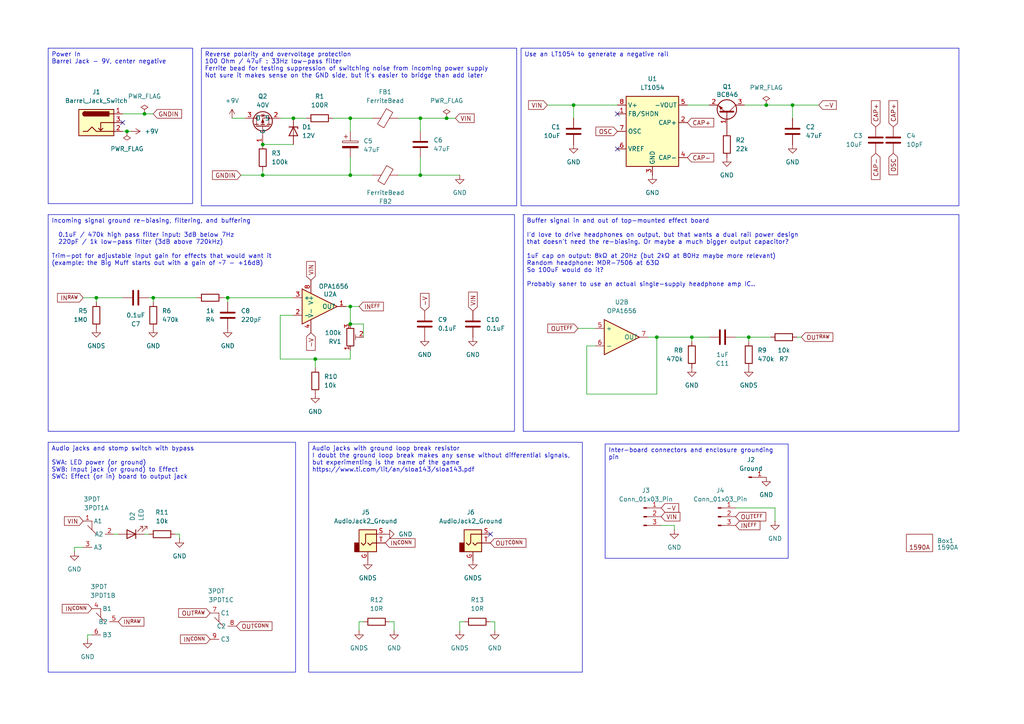
<source format=kicad_sch>
(kicad_sch (version 20231120) (generator "eeschema") (generator_version "8.0")
  (paper "A4")
  (title_block (title "Base board with LT1054 generating +-9V") (date "2025-03-18") (rev "v2.0"))
  (lib_symbols
    (symbol "Connector:Barrel_Jack_Switch" (pin_names hide)
      (property "Reference" "J" (at 0 5.334 0))
      (property "Value" "Barrel_Jack_Switch" (at 0 -5.08 0))
      (symbol "Barrel_Jack_Switch_0_1"
        (rectangle (start -5.08 3.81) (end 5.08 -3.81) (stroke (width 0.254)) (fill (type background)))
        (arc (start -3.302 3.175) (mid -3.9343 2.54) (end -3.302 1.905) (stroke (width 0.254)))
        (arc (start -3.302 3.175) (mid -3.9343 2.54) (end -3.302 1.905) (stroke (width 0.254)) (fill (type outline)))
        (polyline (pts (xy 1.27 -2.286) (xy 1.905 -1.651)) (stroke (width 0.254)))
        (polyline (pts (xy 5.08 2.54) (xy 3.81 2.54)) (stroke (width 0.254)))
        (polyline (pts (xy 5.08 0) (xy 1.27 0) (xy 1.27 -2.286) (xy 0.635 -1.651)) (stroke (width 0.254)))
        (polyline (pts (xy -3.81 -2.54) (xy -2.54 -2.54) (xy -1.27 -1.27) (xy 0 -2.54) (xy 2.54 -2.54) (xy 5.08 -2.54)) (stroke (width 0.254)))
        (rectangle (start 3.683 3.175) (end -3.302 1.905) (stroke (width 0.254)) (fill (type outline)))
      )
      (symbol "Barrel_Jack_Switch_1_1"
        (pin passive line (at 7.62 2.54 180) (length 2.54) (name "~") (number "1"))
        (pin passive line (at 7.62 -2.54 180) (length 2.54) (name "~") (number "2"))
        (pin passive line (at 7.62 0 180) (length 2.54) (name "~") (number "3"))
      )
    )
    (symbol "Connector:Conn_01x01_Pin" (pin_names (offset 1.016) hide)
      (property "Reference" "J" (at 0 2.54 0))
      (property "Value" "Conn_01x01_Pin" (at 0 -2.54 0))
      (symbol "Conn_01x01_Pin_1_1"
        (polyline (pts (xy 1.27 0) (xy 0.8636 0)) (stroke (width 0.1524)))
        (rectangle (start 0.8636 0.127) (end 0 -0.127) (stroke (width 0.1524)) (fill (type outline)))
        (pin passive line (at 5.08 0 180) (length 3.81) (name "Pin_1") (number "1"))
      )
    )
    (symbol "Connector:Conn_01x03_Pin" (pin_names (offset 1.016) hide)
      (property "Reference" "J" (at 0 5.08 0))
      (property "Value" "Conn_01x03_Pin" (at 0 -5.08 0))
      (symbol "Conn_01x03_Pin_1_1"
        (polyline (pts (xy 1.27 -2.54) (xy 0.8636 -2.54)) (stroke (width 0.1524)))
        (polyline (pts (xy 1.27 0) (xy 0.8636 0)) (stroke (width 0.1524)))
        (polyline (pts (xy 1.27 2.54) (xy 0.8636 2.54)) (stroke (width 0.1524)))
        (rectangle (start 0.8636 -2.413) (end 0 -2.667) (stroke (width 0.1524)) (fill (type outline)))
        (rectangle (start 0.8636 0.127) (end 0 -0.127) (stroke (width 0.1524)) (fill (type outline)))
        (rectangle (start 0.8636 2.667) (end 0 2.413) (stroke (width 0.1524)) (fill (type outline)))
        (pin passive line (at 5.08 2.54 180) (length 3.81) (name "Pin_1") (number "1"))
        (pin passive line (at 5.08 0 180) (length 3.81) (name "Pin_2") (number "2"))
        (pin passive line (at 5.08 -2.54 180) (length 3.81) (name "Pin_3") (number "3"))
      )
    )
    (symbol "Connector_Audio:AudioJack2_Ground"
      (property "Reference" "J" (at 0 8.89 0))
      (property "Value" "AudioJack2_Ground" (at 0 6.35 0))
      (symbol "AudioJack2_Ground_0_1"
        (rectangle (start -2.54 -2.54) (end -3.81 0) (stroke (width 0.254)) (fill (type outline)))
        (polyline (pts (xy 0 0) (xy 0.635 -0.635) (xy 1.27 0) (xy 2.54 0)) (stroke (width 0.254)))
        (polyline (pts (xy 2.54 2.54) (xy -0.635 2.54) (xy -0.635 0) (xy -1.27 -0.635) (xy -1.905 0)) (stroke (width 0.254)))
        (rectangle (start 2.54 3.81) (end -2.54 -2.54) (stroke (width 0.254)) (fill (type background)))
      )
      (symbol "AudioJack2_Ground_1_1"
        (pin passive line (at 0 -5.08 90) (length 2.54) (name "~") (number "G"))
        (pin passive line (at 5.08 2.54 180) (length 2.54) (name "~") (number "S"))
        (pin passive line (at 5.08 0 180) (length 2.54) (name "~") (number "T"))
      )
    )
    (symbol "Device:C" (pin_numbers hide) (pin_names (offset 0.254))
      (property "Reference" "C" (at 0.635 2.54 0))
      (property "Value" "C" (at 0.635 -2.54 0))
      (symbol "C_0_1"
        (polyline (pts (xy -2.032 -0.762) (xy 2.032 -0.762)) (stroke (width 0.508)))
        (polyline (pts (xy -2.032 0.762) (xy 2.032 0.762)) (stroke (width 0.508)))
      )
      (symbol "C_1_1"
        (pin passive line (at 0 3.81 270) (length 2.794) (name "~") (number "1"))
        (pin passive line (at 0 -3.81 90) (length 2.794) (name "~") (number "2"))
      )
    )
    (symbol "Device:C_Polarized" (pin_numbers hide) (pin_names (offset 0.254))
      (property "Reference" "C" (at 0.635 2.54 0))
      (property "Value" "C_Polarized" (at 0.635 -2.54 0))
      (symbol "C_Polarized_0_1"
        (rectangle (start -2.286 0.508) (end 2.286 1.016))
        (polyline (pts (xy -1.778 2.286) (xy -0.762 2.286)))
        (polyline (pts (xy -1.27 2.794) (xy -1.27 1.778)))
        (rectangle (start 2.286 -0.508) (end -2.286 -1.016) (fill (type outline)))
      )
      (symbol "C_Polarized_1_1"
        (pin passive line (at 0 3.81 270) (length 2.794) (name "~") (number "1"))
        (pin passive line (at 0 -3.81 90) (length 2.794) (name "~") (number "2"))
      )
    )
    (symbol "Device:D_Zener" (pin_numbers hide) (pin_names (offset 1.016) hide)
      (property "Reference" "D" (at 0 2.54 0))
      (property "Value" "D_Zener" (at 0 -2.54 0))
      (symbol "D_Zener_0_1"
        (polyline (pts (xy 1.27 0) (xy -1.27 0)))
        (polyline (pts (xy -1.27 -1.27) (xy -1.27 1.27) (xy -0.762 1.27)) (stroke (width 0.254)))
        (polyline (pts (xy 1.27 -1.27) (xy 1.27 1.27) (xy -1.27 0) (xy 1.27 -1.27)) (stroke (width 0.254)))
      )
      (symbol "D_Zener_1_1"
        (pin passive line (at -3.81 0 0) (length 2.54) (name "K") (number "1"))
        (pin passive line (at 3.81 0 180) (length 2.54) (name "A") (number "2"))
      )
    )
    (symbol "Device:FerriteBead" (pin_numbers hide) (pin_names (offset 0))
      (property "Reference" "FB" (at -3.81 0.635 90))
      (property "Value" "FerriteBead" (at 3.81 0 90))
      (symbol "FerriteBead_0_1"
        (polyline (pts (xy 0 -1.27) (xy 0 -1.2192)))
        (polyline (pts (xy 0 1.27) (xy 0 1.2954)))
        (polyline (pts (xy -2.7686 0.4064) (xy -1.7018 2.2606) (xy 2.7686 -0.3048) (xy 1.6764 -2.159) (xy -2.7686 0.4064)))
      )
      (symbol "FerriteBead_1_1"
        (pin passive line (at 0 3.81 270) (length 2.54) (name "~") (number "1"))
        (pin passive line (at 0 -3.81 90) (length 2.54) (name "~") (number "2"))
      )
    )
    (symbol "Device:LED" (pin_numbers hide) (pin_names (offset 1.016) hide)
      (property "Reference" "D" (at 0 2.54 0))
      (property "Value" "LED" (at 0 -2.54 0))
      (symbol "LED_0_1"
        (polyline (pts (xy -1.27 -1.27) (xy -1.27 1.27)) (stroke (width 0.254)))
        (polyline (pts (xy -1.27 0) (xy 1.27 0)))
        (polyline (pts (xy 1.27 -1.27) (xy 1.27 1.27) (xy -1.27 0) (xy 1.27 -1.27)) (stroke (width 0.254)))
        (polyline (pts (xy -3.048 -0.762) (xy -4.572 -2.286) (xy -3.81 -2.286) (xy -4.572 -2.286) (xy -4.572 -1.524)))
        (polyline (pts (xy -1.778 -0.762) (xy -3.302 -2.286) (xy -2.54 -2.286) (xy -3.302 -2.286) (xy -3.302 -1.524)))
      )
      (symbol "LED_1_1"
        (pin passive line (at -3.81 0 0) (length 2.54) (name "K") (number "1"))
        (pin passive line (at 3.81 0 180) (length 2.54) (name "A") (number "2"))
      )
    )
    (symbol "Device:R" (pin_numbers hide) (pin_names (offset 0))
      (property "Reference" "R" (at 2.032 0 90))
      (property "Value" "R" (at 0 0 90))
      (symbol "R_0_1"
        (rectangle (start -1.016 -2.54) (end 1.016 2.54) (stroke (width 0.254)))
      )
      (symbol "R_1_1"
        (pin passive line (at 0 3.81 270) (length 1.27) (name "~") (number "1"))
        (pin passive line (at 0 -3.81 90) (length 1.27) (name "~") (number "2"))
      )
    )
    (symbol "Device:R_Potentiometer_Trim" (pin_names (offset 1.016) hide)
      (property "Reference" "RV" (at -4.445 0 90))
      (property "Value" "R_Potentiometer_Trim" (at -2.54 0 90))
      (symbol "R_Potentiometer_Trim_0_1"
        (polyline (pts (xy 1.524 0.762) (xy 1.524 -0.762)))
        (polyline (pts (xy 2.54 0) (xy 1.524 0)))
        (rectangle (start 1.016 2.54) (end -1.016 -2.54) (stroke (width 0.254)))
      )
      (symbol "R_Potentiometer_Trim_1_1"
        (pin passive line (at 0 3.81 270) (length 1.27) (name "1") (number "1"))
        (pin passive line (at 3.81 0 180) (length 1.27) (name "2") (number "2"))
        (pin passive line (at 0 -3.81 90) (length 1.27) (name "3") (number "3"))
      )
    )
    (symbol "Mylib:3PDT"
      (property "Reference" "3PDT" (at 0 0 0))
      (symbol "3PDT_0_1"
        (polyline (pts (xy 0 -3.81) (xy 0 -6.35)))
        (polyline (pts (xy 1.27 -7.62) (xy -1.27 -5.08)))
      )
      (symbol "3PDT_1_1"
        (pin passive line (at -2.54 -3.81 0) (length 2.54) (name "A1") (number "1"))
        (pin passive line (at 6.35 -7.62 180) (length 2.54) (name "A2") (number "2"))
        (pin passive line (at -2.54 -11.43 0) (length 2.54) (name "A3") (number "3"))
      )
      (symbol "3PDT_2_1"
        (pin passive line (at -2.54 -3.81 0) (length 2.54) (name "B1") (number "4"))
        (pin passive line (at 5.08 -7.62 180) (length 2.54) (name "B2") (number "5"))
        (pin passive line (at -2.54 -11.43 0) (length 2.54) (name "B3") (number "6"))
      )
      (symbol "3PDT_3_1"
        (pin passive line (at -2.54 -3.81 0) (length 2.54) (name "C1") (number "7"))
        (pin passive line (at 5.08 -7.62 180) (length 2.54) (name "C2") (number "8"))
        (pin passive line (at -2.54 -11.43 0) (length 2.54) (name "C3") (number "9"))
      )
    )
    (symbol "Mylib:Enclosure_1590A"
      (property "Reference" "Box" (at 0 0 0))
      (symbol "Enclosure_1590A_0_1"
        (rectangle (start -3.81 1.27) (end 3.81 -3.81))
      )
      (symbol "Enclosure_1590A_1_1"
        (text "1590A" (at 0 -2.54 0) (effects (font (size 1.27 1.27))))
      )
    )
    (symbol "Mylib:OPA1656"
      (property "Reference" "U" (at 8.89 5.08 0))
      (property "Value" "OPA1656" (at 2.54 11.43 0))
      (symbol "OPA1656_0_1"
        (polyline (pts (xy -2.54 5.08) (xy 7.62 0) (xy -2.54 -5.08) (xy -2.54 5.08)) (stroke (width 0.254)) (fill (type background)))
      )
      (symbol "OPA1656_1_1"
        (pin output line (at 10.16 0 180) (length 2.54) (name "OUT") (number "1"))
        (pin input line (at -5.08 -2.54 0) (length 2.54) (name "-") (number "2"))
        (pin input line (at -5.08 2.54 0) (length 2.54) (name "+") (number "3"))
        (pin power_in line (at 0 -7.62 90) (length 3.81) (name "V-") (number "4"))
        (pin power_in line (at 0 7.62 270) (length 3.81) (name "V+") (number "8"))
      )
      (symbol "OPA1656_2_1"
        (pin input line (at -5.08 2.54 0) (length 2.54) (name "+") (number "5"))
        (pin input line (at -5.08 -2.54 0) (length 2.54) (name "-") (number "6"))
        (pin output line (at 10.16 0 180) (length 2.54) (name "OUT") (number "7"))
      )
    )
    (symbol "Mylib:PMV250EPEAR"
      (property "Reference" "Q" (at 0 4.572 0))
      (property "Value" "PMV250" (at 0 0 0))
      (symbol "PMV250EPEAR_0_1"
        (circle (center -1.778 0) (radius 0.254) (fill (type outline)))
        (circle (center 0 -0.889) (radius 2.794) (stroke (width 0.254)))
        (polyline (pts (xy -2.54 0) (xy -1.778 0)))
        (polyline (pts (xy -2.286 -1.778) (xy -1.27 -1.778)) (stroke (width 0.254)))
        (polyline (pts (xy -1.905 -2.286) (xy 1.905 -2.286)) (stroke (width 0.254)))
        (polyline (pts (xy -0.508 -1.778) (xy 0.508 -1.778)) (stroke (width 0.254)))
        (polyline (pts (xy 0 -2.286) (xy 0 -5.08)))
        (polyline (pts (xy 1.27 -1.778) (xy 2.286 -1.778)) (stroke (width 0.254)))
        (polyline (pts (xy 2.54 0) (xy 0 0) (xy 0 -1.778)))
        (polyline (pts (xy -1.778 -1.778) (xy -1.778 0.762) (xy 1.778 0.762) (xy 1.778 -1.778)))
        (polyline (pts (xy 0 -0.254) (xy -0.381 -1.27) (xy 0.381 -1.27) (xy 0 -0.254)) (fill (type outline)))
        (polyline (pts (xy 0.381 0.762) (xy -0.254 0.381) (xy -0.254 1.143) (xy 0.381 0.762)))
        (polyline (pts (xy 0.508 0.254) (xy 0.381 0.381) (xy 0.381 1.143) (xy 0.254 1.27)))
        (circle (center 1.778 0) (radius 0.254) (fill (type outline)))
      )
      (symbol "PMV250EPEAR_1_1"
        (pin input line (at 0 -7.62 90) (length 2.54) (name "G") (number "1"))
        (pin passive line (at 5.08 0 180) (length 2.54) (name "S") (number "2"))
        (pin passive line (at -5.08 0 0) (length 2.54) (name "D") (number "3"))
      )
    )
    (symbol "Regulator_SwitchedCapacitor:LT1054"
      (property "Reference" "U" (at -6.604 11.176 0))
      (property "Value" "LT1054" (at 4.318 11.176 0))
      (symbol "LT1054_0_1"
        (rectangle (start -7.62 10.16) (end 7.62 -10.16) (stroke (width 0.254)) (fill (type background)))
      )
      (symbol "LT1054_1_1"
        (pin input line (at -10.16 5.08 0) (length 2.54) (name "FB/SHDN") (number "1"))
        (pin input line (at 10.16 2.54 180) (length 2.54) (name "CAP+") (number "2"))
        (pin power_in line (at 0 -12.7 90) (length 2.54) (name "GND") (number "3"))
        (pin input line (at 10.16 -7.62 180) (length 2.54) (name "CAP-") (number "4"))
        (pin power_out line (at 10.16 7.62 180) (length 2.54) (name "-VOUT") (number "5"))
        (pin output line (at -10.16 -5.08 0) (length 2.54) (name "VREF") (number "6"))
        (pin input line (at -10.16 0 0) (length 2.54) (name "OSC") (number "7"))
        (pin power_in line (at -10.16 7.62 0) (length 2.54) (name "V+") (number "8"))
      )
    )
    (symbol "Transistor_BJT:BC846" (pin_names (offset 0) hide)
      (property "Reference" "Q" (at 5.08 1.905 0))
      (property "Value" "BC846" (at 5.08 0 0))
      (symbol "BC846_0_1"
        (polyline (pts (xy 0.635 0.635) (xy 2.54 2.54)))
        (polyline (pts (xy 0.635 -0.635) (xy 2.54 -2.54) (xy 2.54 -2.54)))
        (polyline (pts (xy 0.635 1.905) (xy 0.635 -1.905) (xy 0.635 -1.905)) (stroke (width 0.508)))
        (polyline (pts (xy 1.27 -1.778) (xy 1.778 -1.27) (xy 2.286 -2.286) (xy 1.27 -1.778) (xy 1.27 -1.778)) (fill (type outline)))
        (circle (center 1.27 0) (radius 2.8194) (stroke (width 0.254)))
      )
      (symbol "BC846_1_1"
        (pin input line (at -5.08 0 0) (length 5.715) (name "B") (number "1"))
        (pin passive line (at 2.54 -5.08 90) (length 2.54) (name "E") (number "2"))
        (pin passive line (at 2.54 5.08 270) (length 2.54) (name "C") (number "3"))
      )
    )
    (symbol "power:+9V" (power) (pin_numbers hide) (pin_names (offset 0) hide)
      (property "Value" "+9V" (at 0 3.556 0))
      (symbol "+9V_0_1"
        (polyline (pts (xy -0.762 1.27) (xy 0 2.54)))
        (polyline (pts (xy 0 0) (xy 0 2.54)))
        (polyline (pts (xy 0 2.54) (xy 0.762 1.27)))
      )
      (symbol "+9V_1_1"
        (pin power_in line (at 0 0 90) (length 0) (name "~") (number "1"))
      )
    )
    (symbol "power:GND" (power) (pin_numbers hide) (pin_names (offset 0) hide)
      (property "Value" "GND" (at 0 -3.81 0))
      (symbol "GND_0_1"
        (polyline (pts (xy 0 0) (xy 0 -1.27) (xy 1.27 -1.27) (xy 0 -2.54) (xy -1.27 -1.27) (xy 0 -1.27)))
      )
      (symbol "GND_1_1"
        (pin power_in line (at 0 0 270) (length 0) (name "~") (number "1"))
      )
    )
    (symbol "power:GNDS" (power) (pin_numbers hide) (pin_names (offset 0) hide)
      (property "Value" "GNDS" (at 0 -3.81 0))
      (symbol "GNDS_0_1"
        (polyline (pts (xy 0 0) (xy 0 -1.27) (xy 1.27 -1.27) (xy 0 -2.54) (xy -1.27 -1.27) (xy 0 -1.27)))
      )
      (symbol "GNDS_1_1"
        (pin power_in line (at 0 0 270) (length 0) (name "~") (number "1"))
      )
    )
    (symbol "power:PWR_FLAG" (power) (pin_numbers hide) (pin_names (offset 0) hide)
      (property "Value" "PWR_FLAG" (at 0 3.81 0))
      (symbol "PWR_FLAG_0_0"
        (pin power_out line (at 0 0 90) (length 0) (name "~") (number "1"))
      )
      (symbol "PWR_FLAG_0_1"
        (polyline (pts (xy 0 0) (xy 0 1.27) (xy -1.016 1.905) (xy 0 2.54) (xy 1.016 1.905) (xy 0 1.27)))
      )
    )
  )
  (junction (at 101.6 93.98))
  (junction (at 229.87 30.48))
  (junction (at 121.92 34.29))
  (junction (at 27.94 86.36))
  (junction (at 101.6 50.8))
  (junction (at 166.37 30.48))
  (junction (at 36.83 38.1))
  (junction (at 200.66 97.79))
  (junction (at 129.54 34.29))
  (junction (at 76.2 41.91))
  (junction (at 85.09 34.29))
  (junction (at 101.6 88.9))
  (junction (at 66.04 86.36))
  (junction (at 101.6 34.29))
  (junction (at 44.45 86.36))
  (junction (at 222.25 30.48))
  (junction (at 91.44 104.14))
  (junction (at 121.92 50.8))
  (junction (at 41.91 33.02))
  (junction (at 190.5 97.79))
  (junction (at 217.17 97.79))
  (junction (at 76.2 50.8))
  (no_connect (at 142.24 154.94))
  (no_connect (at 179.07 33.02))
  (no_connect (at 35.56 35.56))
  (no_connect (at 179.07 43.18))
  (wire (pts (xy 101.6 88.9) (xy 101.6 93.98)))
  (wire (pts (xy 24.13 158.75) (xy 21.59 158.75)))
  (wire (pts (xy 52.07 154.94) (xy 50.8 154.94)))
  (wire (pts (xy 96.52 34.29) (xy 101.6 34.29)))
  (wire (pts (xy 170.18 100.33) (xy 172.72 100.33)))
  (wire (pts (xy 105.41 97.79) (xy 105.41 93.98)))
  (wire (pts (xy 190.5 114.3) (xy 190.5 97.79)))
  (wire (pts (xy 113.03 180.34) (xy 114.3 180.34)))
  (wire (pts (xy 200.66 97.79) (xy 205.74 97.79)))
  (wire (pts (xy 105.41 180.34) (xy 104.14 180.34)))
  (wire (pts (xy 134.62 180.34) (xy 133.35 180.34)))
  (wire (pts (xy 190.5 97.79) (xy 200.66 97.79)))
  (wire (pts (xy 101.6 101.6) (xy 101.6 104.14)))
  (wire (pts (xy 52.07 154.94) (xy 52.07 156.21)))
  (wire (pts (xy 100.33 88.9) (xy 101.6 88.9)))
  (wire (pts (xy 187.96 97.79) (xy 190.5 97.79)))
  (wire (pts (xy 229.87 30.48) (xy 237.49 30.48)))
  (wire (pts (xy 76.2 41.91) (xy 85.09 41.91)))
  (wire (pts (xy 101.6 38.1) (xy 101.6 34.29)))
  (wire (pts (xy 158.75 30.48) (xy 166.37 30.48)))
  (wire (pts (xy 91.44 104.14) (xy 101.6 104.14)))
  (wire (pts (xy 129.54 34.29) (xy 132.08 34.29)))
  (wire (pts (xy 66.04 87.63) (xy 66.04 86.36)))
  (wire (pts (xy 224.79 147.32) (xy 224.79 151.13)))
  (wire (pts (xy 67.31 34.29) (xy 71.12 34.29)))
  (wire (pts (xy 199.39 30.48) (xy 205.74 30.48)))
  (wire (pts (xy 34.29 154.94) (xy 33.02 154.94)))
  (wire (pts (xy 81.28 34.29) (xy 85.09 34.29)))
  (wire (pts (xy 44.45 86.36) (xy 44.45 87.63)))
  (wire (pts (xy 69.85 50.8) (xy 76.2 50.8)))
  (wire (pts (xy 21.59 158.75) (xy 21.59 160.02)))
  (wire (pts (xy 24.13 86.36) (xy 27.94 86.36)))
  (wire (pts (xy 170.18 100.33) (xy 170.18 114.3)))
  (wire (pts (xy 27.94 86.36) (xy 35.56 86.36)))
  (wire (pts (xy 229.87 30.48) (xy 229.87 34.29)))
  (wire (pts (xy 129.54 34.29) (xy 121.92 34.29)))
  (wire (pts (xy 101.6 34.29) (xy 107.95 34.29)))
  (wire (pts (xy 104.14 180.34) (xy 104.14 182.88)))
  (wire (pts (xy 76.2 50.8) (xy 101.6 50.8)))
  (wire (pts (xy 222.25 30.48) (xy 229.87 30.48)))
  (wire (pts (xy 36.83 38.1) (xy 35.56 38.1)))
  (wire (pts (xy 115.57 34.29) (xy 121.92 34.29)))
  (wire (pts (xy 133.35 180.34) (xy 133.35 182.88)))
  (wire (pts (xy 76.2 49.53) (xy 76.2 50.8)))
  (wire (pts (xy 166.37 34.29) (xy 166.37 30.48)))
  (wire (pts (xy 195.58 152.4) (xy 195.58 153.67)))
  (wire (pts (xy 114.3 180.34) (xy 114.3 182.88)))
  (wire (pts (xy 85.09 34.29) (xy 88.9 34.29)))
  (wire (pts (xy 25.4 184.15) (xy 25.4 185.42)))
  (wire (pts (xy 101.6 50.8) (xy 107.95 50.8)))
  (wire (pts (xy 101.6 88.9) (xy 104.14 88.9)))
  (wire (pts (xy 41.91 33.02) (xy 44.45 33.02)))
  (wire (pts (xy 43.18 154.94) (xy 41.91 154.94)))
  (wire (pts (xy 213.36 147.32) (xy 224.79 147.32)))
  (wire (pts (xy 64.77 86.36) (xy 66.04 86.36)))
  (wire (pts (xy 105.41 93.98) (xy 101.6 93.98)))
  (wire (pts (xy 27.94 86.36) (xy 27.94 87.63)))
  (wire (pts (xy 115.57 50.8) (xy 121.92 50.8)))
  (wire (pts (xy 81.28 104.14) (xy 81.28 91.44)))
  (wire (pts (xy 191.77 152.4) (xy 195.58 152.4)))
  (wire (pts (xy 81.28 104.14) (xy 91.44 104.14)))
  (wire (pts (xy 44.45 86.36) (xy 57.15 86.36)))
  (wire (pts (xy 142.24 180.34) (xy 143.51 180.34)))
  (wire (pts (xy 166.37 30.48) (xy 179.07 30.48)))
  (wire (pts (xy 223.52 97.79) (xy 217.17 97.79)))
  (wire (pts (xy 170.18 114.3) (xy 190.5 114.3)))
  (wire (pts (xy 167.64 95.25) (xy 172.72 95.25)))
  (wire (pts (xy 121.92 45.72) (xy 121.92 50.8)))
  (wire (pts (xy 215.9 30.48) (xy 222.25 30.48)))
  (wire (pts (xy 43.18 86.36) (xy 44.45 86.36)))
  (wire (pts (xy 143.51 180.34) (xy 143.51 182.88)))
  (wire (pts (xy 121.92 50.8) (xy 133.35 50.8)))
  (wire (pts (xy 217.17 97.79) (xy 217.17 99.06)))
  (wire (pts (xy 26.67 184.15) (xy 25.4 184.15)))
  (wire (pts (xy 35.56 33.02) (xy 41.91 33.02)))
  (wire (pts (xy 217.17 97.79) (xy 213.36 97.79)))
  (wire (pts (xy 81.28 91.44) (xy 85.09 91.44)))
  (wire (pts (xy 200.66 97.79) (xy 200.66 99.06)))
  (wire (pts (xy 38.1 38.1) (xy 36.83 38.1)))
  (wire (pts (xy 91.44 104.14) (xy 91.44 106.68)))
  (wire (pts (xy 121.92 38.1) (xy 121.92 34.29)))
  (wire (pts (xy 101.6 45.72) (xy 101.6 50.8)))
  (wire (pts (xy 232.41 97.79) (xy 231.14 97.79)))
  (wire (pts (xy 66.04 86.36) (xy 85.09 86.36)))
  (text_box "Incoming signal ground re-biasing, filtering, and buffering\n\n  0.1uF / 470k high pass filter input: 3dB below 7Hz\n  220pF / 1k low-pass filter (3dB above 720kHz)\n\nTrim-pot for adjustable input gain for effects that would want it\n(example: the Big Muff starts out with a gain of ~7 - +16dB)\n\n" (at 13.97 62.23 0) (size 135.255 62.865) (effects (font (size 1.27 1.27)) (justify left top)))
  (text_box "Power In\nBarrel Jack - 9V, center negative" (at 13.97 13.97 0) (size 41.91 45.085) (effects (font (size 1.27 1.27)) (justify left top)))
  (text_box "Inter-board connectors and enclosure grounding pin" (at 175.514 128.778 0) (size 53.086 33.147) (effects (font (size 1.27 1.27)) (justify left top)))
  (text_box "Buffer signal in and out of top-mounted effect board\n\nI'd love to drive headphones on output, but that wants a dual rail power design\nthat doesn't need the re-biasing. Or maybe a much bigger output capacitor?\n\n1uF cap on output: 8kΩ at 20Hz (but 2kΩ at 80Hz maybe more relevant)\nRandom headphone: MDR-7506 at 63Ω\nSo 100uF would do it?\n\nProbably saner to use an actual single-supply headphone amp IC.." (at 151.765 62.23 0) (size 126.365 62.865) (effects (font (size 1.27 1.27)) (justify left top)))
  (text_box "Audio jacks and stomp switch with bypass\n\nSWA: LED power (or ground)\nSWB: Input jack (or ground) to Effect\nSWC: Effect (or in) board to output jack" (at 13.97 128.27 0) (size 71.755 66.675) (effects (font (size 1.27 1.27)) (justify left top)))
  (text_box "Reverse polarity and overvoltage protection\n100 Ohm / 47uF : 33Hz low-pass filter\nFerrite bead for testing suppression of switching noise from incoming power supply\nNot sure it makes sense on the GND side, but it's easier to bridge than add later" (at 58.42 13.97 0) (size 91.44 45.72) (effects (font (size 1.27 1.27)) (justify left top)))
  (text_box "Audio jacks with ground loop break resistor\nI doubt the ground loop break makes any sense without differential signals,\nbut experimenting is the name of the game \nhttps://www.ti.com/lit/an/sloa143/sloa143.pdf" (at 89.535 128.27 0) (size 79.375 66.675) (effects (font (size 1.27 1.27)) (justify left top)))
  (text_box "Use an LT1054 to generate a negative rail" (at 151.13 13.97 0) (size 127 45.72) (effects (font (size 1.27 1.27)) (justify left top)))
  (global_label "-V" (shape input) (at 237.49 30.48 0) (property "Intersheetrefs" "${INTERSHEET_REFS}" (effects (hide yes))))
  (global_label "IN^{EFF}" (shape input) (at 104.14 88.9 0) (property "Intersheetrefs" "${INTERSHEET_REFS}" (effects (hide yes))))
  (global_label "OSC" (shape input) (at 259.08 44.45 270) (property "Intersheetrefs" "${INTERSHEET_REFS}" (effects (hide yes))))
  (global_label "IN^{CONN}" (shape input) (at 60.96 185.42 180) (property "Intersheetrefs" "${INTERSHEET_REFS}" (effects (hide yes))))
  (global_label "OSC" (shape input) (at 179.07 38.1 180) (property "Intersheetrefs" "${INTERSHEET_REFS}" (effects (hide yes))))
  (global_label "CAP+" (shape input) (at 254 36.83 90) (property "Intersheetrefs" "${INTERSHEET_REFS}" (effects (hide yes))))
  (global_label "OUT^{RAW}" (shape input) (at 232.41 97.79 0) (property "Intersheetrefs" "${INTERSHEET_REFS}" (effects (hide yes))))
  (global_label "OUT^{CONN}" (shape input) (at 142.24 157.48 0) (property "Intersheetrefs" "${INTERSHEET_REFS}" (effects (hide yes))))
  (global_label "OUT^{RAW}" (shape input) (at 60.96 177.8 180) (property "Intersheetrefs" "${INTERSHEET_REFS}" (effects (hide yes))))
  (global_label "GNDIN" (shape input) (at 69.85 50.8 180) (property "Intersheetrefs" "${INTERSHEET_REFS}" (effects (hide yes))))
  (global_label "VIN" (shape input) (at 24.13 151.13 180) (property "Intersheetrefs" "${INTERSHEET_REFS}" (effects (hide yes))))
  (global_label "IN^{EFF}" (shape input) (at 213.36 152.4 0) (property "Intersheetrefs" "${INTERSHEET_REFS}" (effects (hide yes))))
  (global_label "CAP-" (shape input) (at 199.39 45.72 0) (property "Intersheetrefs" "${INTERSHEET_REFS}" (effects (hide yes))))
  (global_label "IN^{CONN}" (shape input) (at 111.76 157.48 0) (property "Intersheetrefs" "${INTERSHEET_REFS}" (effects (hide yes))))
  (global_label "VIN" (shape input) (at 137.16 90.17 90) (property "Intersheetrefs" "${INTERSHEET_REFS}" (effects (hide yes))))
  (global_label "OUT^{EFF}" (shape input) (at 213.36 149.86 0) (property "Intersheetrefs" "${INTERSHEET_REFS}" (effects (hide yes))))
  (global_label "-V" (shape input) (at 90.17 96.52 270) (property "Intersheetrefs" "${INTERSHEET_REFS}" (effects (hide yes))))
  (global_label "GNDIN" (shape input) (at 44.45 33.02 0) (property "Intersheetrefs" "${INTERSHEET_REFS}" (effects (hide yes))))
  (global_label "IN^{RAW}" (shape input) (at 24.13 86.36 180) (property "Intersheetrefs" "${INTERSHEET_REFS}" (effects (hide yes))))
  (global_label "-V" (shape input) (at 191.77 147.32 0) (property "Intersheetrefs" "${INTERSHEET_REFS}" (effects (hide yes))))
  (global_label "CAP-" (shape input) (at 254 44.45 270) (property "Intersheetrefs" "${INTERSHEET_REFS}" (effects (hide yes))))
  (global_label "IN^{RAW}" (shape input) (at 34.29 180.34 0) (property "Intersheetrefs" "${INTERSHEET_REFS}" (effects (hide yes))))
  (global_label "VIN" (shape input) (at 132.08 34.29 0) (property "Intersheetrefs" "${INTERSHEET_REFS}" (effects (hide yes))))
  (global_label "OUT^{EFF}" (shape input) (at 167.64 95.25 180) (property "Intersheetrefs" "${INTERSHEET_REFS}" (effects (hide yes))))
  (global_label "VIN" (shape input) (at 191.77 149.86 0) (property "Intersheetrefs" "${INTERSHEET_REFS}" (effects (hide yes))))
  (global_label "CAP+" (shape input) (at 199.39 35.56 0) (property "Intersheetrefs" "${INTERSHEET_REFS}" (effects (hide yes))))
  (global_label "VIN" (shape input) (at 158.75 30.48 180) (property "Intersheetrefs" "${INTERSHEET_REFS}" (effects (hide yes))))
  (global_label "OUT^{CONN}" (shape input) (at 68.58 181.61 0) (property "Intersheetrefs" "${INTERSHEET_REFS}" (effects (hide yes))))
  (global_label "-V" (shape input) (at 123.19 90.17 90) (property "Intersheetrefs" "${INTERSHEET_REFS}" (effects (hide yes))))
  (global_label "VIN" (shape input) (at 90.17 81.28 90) (property "Intersheetrefs" "${INTERSHEET_REFS}" (effects (hide yes))))
  (global_label "CAP+" (shape input) (at 259.08 36.83 90) (property "Intersheetrefs" "${INTERSHEET_REFS}" (effects (hide yes))))
  (global_label "IN^{CONN}" (shape input) (at 26.67 176.53 180) (property "Intersheetrefs" "${INTERSHEET_REFS}" (effects (hide yes))))
  (symbol (lib_id "Device:LED") (at 38.1 154.94 180) (unit 1)
    (property "Reference" "D2" (at 38.4174 151.13 90) (effects (justify right)))
    (property "Value" "LED" (at 40.9574 151.13 90) (effects (justify right)))
    (property "Footprint" "LED_THT:LED_D3.0mm" (effects (hide yes)))
    (property "Description" "Light emitting diode" (effects (hide yes)))
  )
  (symbol (lib_id "Device:FerriteBead") (at 111.76 34.29 90) (unit 1)
    (property "Reference" "FB1" (at 111.7092 26.67 90))
    (property "Value" "FerriteBead" (at 111.7092 29.21 90))
    (property "Footprint" "Inductor_SMD:L_1206_3216Metric_Pad1.22x1.90mm_HandSolder" (effects (hide yes)))
    (property "Description" "Ferrite bead" (effects (hide yes)))
  )
  (symbol (lib_id "power:+9V") (at 67.31 34.29 0) (unit 1)
    (property "Reference" "#PWR1" (effects (hide yes)))
    (property "Value" "+9V" (at 67.31 29.21 0))
    (property "Description" "Power symbol creates a global label with name \"+9V\"" (effects (hide yes)))
  )
  (symbol (lib_id "Connector_Audio:AudioJack2_Ground") (at 106.68 157.48 0) (unit 1)
    (property "Reference" "J5" (at 106.045 148.59 0))
    (property "Value" "AudioJack2_Ground" (at 106.045 151.13 0))
    (property "Footprint" "Mylib:CK-6.35" (effects (hide yes)))
    (property "Description" "Audio Jack, 2 Poles (Mono / TS), Grounded Sleeve" (effects (hide yes)))
  )
  (symbol (lib_id "Device:C") (at 259.08 40.64 0) (unit 1)
    (property "Reference" "C4" (at 262.89 39.3699 0) (effects (justify left)))
    (property "Value" "10pF" (at 262.89 41.9099 0) (effects (justify left)))
    (property "Footprint" "Capacitor_SMD:C_0805_2012Metric_Pad1.18x1.45mm_HandSolder" (effects (hide yes)))
    (property "Description" "Unpolarized capacitor" (effects (hide yes)))
  )
  (symbol (lib_id "Device:R_Potentiometer_Trim") (at 101.6 97.79 0) (mirror x) (unit 1)
    (property "Reference" "RV1" (at 99.06 99.0601 0) (effects (justify right)))
    (property "Value" "100k" (at 99.06 96.5201 0) (effects (justify right)))
    (property "Footprint" "Mylib:Bourns_3362S" (effects (hide yes)))
    (property "Description" "Trim-potentiometer" (effects (hide yes)))
  )
  (symbol (lib_id "power:GND") (at 111.76 154.94 90) (unit 1)
    (property "Reference" "#PWR19" (effects (hide yes)))
    (property "Value" "GND" (at 115.57 154.9399 90) (effects (justify right)))
    (property "Description" "Power symbol creates a global label with name \"GND\" , ground" (effects (hide yes)))
  )
  (symbol (lib_id "power:+9V") (at 38.1 38.1 270) (unit 1)
    (property "Reference" "#PWR2" (effects (hide yes)))
    (property "Value" "+9V" (at 41.91 38.0999 90) (effects (justify left)))
    (property "Description" "Power symbol creates a global label with name \"+9V\"" (effects (hide yes)))
  )
  (symbol (lib_id "Device:C") (at 137.16 93.98 0) (unit 1)
    (property "Reference" "C10" (at 140.97 92.7099 0) (effects (justify left)))
    (property "Value" "0.1uF" (at 140.97 95.2499 0) (effects (justify left)))
    (property "Footprint" "Mylib:C_0704_1810Metric" (effects (hide yes)))
    (property "Description" "Unpolarized capacitor" (effects (hide yes)))
  )
  (symbol (lib_id "power:GND") (at 123.19 97.79 0) (unit 1)
    (property "Reference" "#PWR11" (effects (hide yes)))
    (property "Value" "GND" (at 123.19 102.87 0))
    (property "Description" "Power symbol creates a global label with name \"GND\" , ground" (effects (hide yes)))
  )
  (symbol (lib_id "Connector:Conn_01x03_Pin") (at 208.28 149.86 0) (unit 1)
    (property "Reference" "J4" (at 208.915 142.24 0))
    (property "Value" "Conn_01x03_Pin" (at 208.915 144.78 0))
    (property "Footprint" "Connector_PinHeader_2.54mm:PinHeader_1x03_P2.54mm_Vertical" (effects (hide yes)))
    (property "Description" "Generic connector, single row, 01x03, script generated" (effects (hide yes)))
  )
  (symbol (lib_id "Connector:Conn_01x01_Pin") (at 217.17 138.43 0) (unit 1)
    (property "Reference" "J2" (at 217.805 133.35 0))
    (property "Value" "Ground" (at 217.805 135.89 0))
    (property "Footprint" "Connector_PinHeader_2.54mm:PinHeader_1x01_P2.54mm_Vertical" (effects (hide yes)))
    (property "Description" "Generic connector, single row, 01x01, script generated" (effects (hide yes)))
  )
  (symbol (lib_id "Device:R") (at 92.71 34.29 90) (unit 1)
    (property "Reference" "R1" (at 92.71 27.94 90))
    (property "Value" "100R" (at 92.71 30.48 90))
    (property "Footprint" "Resistor_SMD:R_0805_2012Metric_Pad1.20x1.40mm_HandSolder" (effects (hide yes)))
    (property "Description" "Resistor" (effects (hide yes)))
  )
  (symbol (lib_id "power:GND") (at 166.37 41.91 0) (unit 1)
    (property "Reference" "#PWR3" (effects (hide yes)))
    (property "Value" "GND" (at 166.37 46.99 0))
    (property "Description" "Power symbol creates a global label with name \"GND\" , ground" (effects (hide yes)))
  )
  (symbol (lib_id "power:PWR_FLAG") (at 41.91 33.02 0) (unit 1)
    (property "Reference" "#FLG2" (effects (hide yes)))
    (property "Value" "PWR_FLAG" (at 41.91 27.94 0))
    (property "Description" "Special symbol for telling ERC where power comes from" (effects (hide yes)))
  )
  (symbol (lib_id "Connector:Barrel_Jack_Switch") (at 27.94 35.56 0) (unit 1)
    (property "Reference" "J1" (at 27.94 26.67 0))
    (property "Value" "Barrel_Jack_Switch" (at 27.94 29.21 0))
    (property "Footprint" "Connector_BarrelJack:BarrelJack_Wuerth_6941xx301002" (effects (hide yes)))
    (property "Description" "DC Barrel Jack with an internal switch" (effects (hide yes)))
  )
  (symbol (lib_id "Device:R") (at 46.99 154.94 90) (unit 1)
    (property "Reference" "R11" (at 46.99 148.59 90))
    (property "Value" "10k" (at 46.99 151.13 90))
    (property "Footprint" "Resistor_SMD:R_0805_2012Metric_Pad1.20x1.40mm_HandSolder" (effects (hide yes)))
    (property "Description" "Resistor" (effects (hide yes)))
  )
  (symbol (lib_id "Device:R") (at 76.2 45.72 0) (unit 1)
    (property "Reference" "R3" (at 78.74 44.4499 0) (effects (justify left)))
    (property "Value" "100k" (at 78.74 46.9899 0) (effects (justify left)))
    (property "Footprint" "Resistor_SMD:R_0805_2012Metric_Pad1.20x1.40mm_HandSolder" (effects (hide yes)))
    (property "Description" "Resistor" (effects (hide yes)))
  )
  (symbol (lib_id "power:PWR_FLAG") (at 129.54 34.29 0) (unit 1)
    (property "Reference" "#FLG3" (effects (hide yes)))
    (property "Value" "PWR_FLAG" (at 129.54 29.21 0))
    (property "Description" "Special symbol for telling ERC where power comes from" (effects (hide yes)))
  )
  (symbol (lib_id "Device:R") (at 91.44 110.49 0) (unit 1)
    (property "Reference" "R10" (at 93.98 109.2199 0) (effects (justify left)))
    (property "Value" "10k" (at 93.98 111.7599 0) (effects (justify left)))
    (property "Footprint" "Resistor_SMD:R_0805_2012Metric_Pad1.20x1.40mm_HandSolder" (effects (hide yes)))
    (property "Description" "Resistor" (effects (hide yes)))
  )
  (symbol (lib_id "Mylib:OPA1656") (at 177.8 97.79 0) (unit 2)
    (property "Reference" "U2" (at 180.34 87.63 0))
    (property "Value" "OPA1656" (at 180.34 90.17 0))
    (property "Footprint" "Package_SO:SOIC-8_3.9x4.9mm_P1.27mm" (effects (hide yes)))
    (property "Datasheet" "https://ti.com/lit/ds/symlink/opa1655.pdf" (effects (hide yes)))
    (property "Description" "Dual audio op-amp" (effects (hide yes)))
  )
  (symbol (lib_id "Device:C") (at 209.55 97.79 270) (unit 1)
    (property "Reference" "C11" (at 209.55 105.41 90))
    (property "Value" "1uF" (at 209.55 102.87 90))
    (property "Footprint" "Capacitor_SMD:C_1206_3216Metric_Pad1.33x1.80mm_HandSolder" (effects (hide yes)))
    (property "Description" "Unpolarized capacitor" (effects (hide yes)))
  )
  (symbol (lib_id "Device:C") (at 254 40.64 0) (mirror y) (unit 1)
    (property "Reference" "C3" (at 250.19 39.3699 0) (effects (justify left)))
    (property "Value" "10uF" (at 250.19 41.9099 0) (effects (justify left)))
    (property "Footprint" "Capacitor_SMD:C_1206_3216Metric_Pad1.33x1.80mm_HandSolder" (effects (hide yes)))
    (property "Description" "Unpolarized capacitor" (effects (hide yes)))
  )
  (symbol (lib_id "Device:R") (at 60.96 86.36 90) (mirror x) (unit 1)
    (property "Reference" "R4" (at 60.96 92.71 90))
    (property "Value" "1k" (at 60.96 90.17 90))
    (property "Footprint" "Resistor_SMD:R_0805_2012Metric_Pad1.20x1.40mm_HandSolder" (effects (hide yes)))
    (property "Description" "Resistor" (effects (hide yes)))
  )
  (symbol (lib_id "power:GND") (at 52.07 156.21 0) (unit 1)
    (property "Reference" "#PWR20" (effects (hide yes)))
    (property "Value" "GND" (at 52.07 161.29 0))
    (property "Description" "Power symbol creates a global label with name \"GND\" , ground" (effects (hide yes)))
  )
  (symbol (lib_id "Device:R") (at 109.22 180.34 270) (unit 1)
    (property "Reference" "R12" (at 109.22 173.99 90))
    (property "Value" "10R" (at 109.22 176.53 90))
    (property "Footprint" "Resistor_SMD:R_0805_2012Metric_Pad1.20x1.40mm_HandSolder" (effects (hide yes)))
    (property "Description" "Resistor" (effects (hide yes)))
  )
  (symbol (lib_id "Device:C") (at 39.37 86.36 90) (mirror x) (unit 1)
    (property "Reference" "C7" (at 39.37 93.98 90))
    (property "Value" "0.1uF" (at 39.37 91.44 90))
    (property "Footprint" "Mylib:C_0704_1810Metric" (effects (hide yes)))
    (property "Description" "Unpolarized capacitor" (effects (hide yes)))
  )
  (symbol (lib_id "power:GNDS") (at 137.16 162.56 0) (unit 1)
    (property "Reference" "#PWR23" (effects (hide yes)))
    (property "Value" "GNDS" (at 137.16 167.64 0))
    (property "Description" "Power symbol creates a global label with name \"GNDS\" , signal ground" (effects (hide yes)))
  )
  (symbol (lib_id "power:GNDS") (at 217.17 106.68 0) (unit 1)
    (property "Reference" "#PWR14" (effects (hide yes)))
    (property "Value" "GNDS" (at 217.17 111.76 0))
    (property "Description" "Power symbol creates a global label with name \"GNDS\" , signal ground" (effects (hide yes)))
  )
  (symbol (lib_id "Device:R") (at 210.82 41.91 0) (unit 1)
    (property "Reference" "R2" (at 213.36 40.6399 0) (effects (justify left)))
    (property "Value" "22k" (at 213.36 43.1799 0) (effects (justify left)))
    (property "Footprint" "Resistor_SMD:R_0805_2012Metric_Pad1.20x1.40mm_HandSolder" (effects (hide yes)))
    (property "Description" "Resistor" (effects (hide yes)))
  )
  (symbol (lib_id "Device:C") (at 66.04 91.44 0) (unit 1)
    (property "Reference" "C8" (at 69.85 90.1699 0) (effects (justify left)))
    (property "Value" "220pF" (at 69.85 92.7099 0) (effects (justify left)))
    (property "Footprint" "Capacitor_SMD:C_0805_2012Metric_Pad1.18x1.45mm_HandSolder" (effects (hide yes)))
    (property "Description" "Unpolarized capacitor" (effects (hide yes)))
  )
  (symbol (lib_id "power:GND") (at 114.3 182.88 0) (unit 1)
    (property "Reference" "#PWR25" (effects (hide yes)))
    (property "Value" "GND" (at 114.3 187.96 0))
    (property "Description" "Power symbol creates a global label with name \"GND\" , ground" (effects (hide yes)))
  )
  (symbol (lib_id "power:GND") (at 189.23 50.8 0) (unit 1)
    (property "Reference" "#PWR7" (effects (hide yes)))
    (property "Value" "GND" (at 189.23 55.88 0))
    (property "Description" "Power symbol creates a global label with name \"GND\" , ground" (effects (hide yes)))
  )
  (symbol (lib_id "power:GNDS") (at 27.94 95.25 0) (unit 1)
    (property "Reference" "#PWR8" (effects (hide yes)))
    (property "Value" "GNDS" (at 27.94 100.33 0))
    (property "Description" "Power symbol creates a global label with name \"GNDS\" , signal ground" (effects (hide yes)))
  )
  (symbol (lib_id "Mylib:3PDT") (at 29.21 172.72 0) (unit 2)
    (property "Reference" "3PDT1" (at 29.845 172.72 0))
    (property "Value" "3PDT" (at 28.702 170.18 0))
    (property "Footprint" "Mylib:3PDT-Stomp-Switch" (effects (hide yes)))
  )
  (symbol (lib_id "power:GND") (at 229.87 41.91 0) (unit 1)
    (property "Reference" "#PWR4" (effects (hide yes)))
    (property "Value" "GND" (at 229.87 46.99 0))
    (property "Description" "Power symbol creates a global label with name \"GND\" , ground" (effects (hide yes)))
  )
  (symbol (lib_id "power:PWR_FLAG") (at 222.25 30.48 0) (unit 1)
    (property "Reference" "#FLG1" (effects (hide yes)))
    (property "Value" "PWR_FLAG" (at 222.25 25.4 0))
    (property "Description" "Special symbol for telling ERC where power comes from" (effects (hide yes)))
  )
  (symbol (lib_id "Mylib:OPA1656") (at 90.17 88.9 0) (unit 1)
    (property "Reference" "U2" (at 95.758 85.344 0))
    (property "Value" "OPA1656" (at 96.774 83.058 0))
    (property "Footprint" "Package_SO:SOIC-8_3.9x4.9mm_P1.27mm" (effects (hide yes)))
    (property "Datasheet" "https://ti.com/lit/ds/symlink/opa1655.pdf" (effects (hide yes)))
    (property "Description" "Dual audio op-amp" (effects (hide yes)))
  )
  (symbol (lib_id "Device:C") (at 229.87 38.1 0) (unit 1)
    (property "Reference" "C2" (at 233.68 36.8299 0) (effects (justify left)))
    (property "Value" "47uF" (at 233.68 39.3699 0) (effects (justify left)))
    (property "Footprint" "Capacitor_SMD:C_1206_3216Metric_Pad1.33x1.80mm_HandSolder" (effects (hide yes)))
    (property "Description" "Unpolarized capacitor" (effects (hide yes)))
  )
  (symbol (lib_id "power:GND") (at 66.04 95.25 0) (unit 1)
    (property "Reference" "#PWR10" (effects (hide yes)))
    (property "Value" "GND" (at 66.04 100.33 0))
    (property "Description" "Power symbol creates a global label with name \"GND\" , ground" (effects (hide yes)))
  )
  (symbol (lib_id "Device:R") (at 217.17 102.87 0) (unit 1)
    (property "Reference" "R9" (at 219.71 101.5999 0) (effects (justify left)))
    (property "Value" "470k" (at 219.71 104.1399 0) (effects (justify left)))
    (property "Footprint" "Resistor_SMD:R_0805_2012Metric_Pad1.20x1.40mm_HandSolder" (effects (hide yes)))
    (property "Description" "Resistor" (effects (hide yes)))
  )
  (symbol (lib_id "Device:R") (at 200.66 102.87 0) (mirror y) (unit 1)
    (property "Reference" "R8" (at 198.12 101.5999 0) (effects (justify left)))
    (property "Value" "470k" (at 198.12 104.1399 0) (effects (justify left)))
    (property "Footprint" "Resistor_SMD:R_0805_2012Metric_Pad1.20x1.40mm_HandSolder" (effects (hide yes)))
    (property "Description" "Resistor" (effects (hide yes)))
  )
  (symbol (lib_id "power:GND") (at 91.44 114.3 0) (unit 1)
    (property "Reference" "#PWR15" (effects (hide yes)))
    (property "Value" "GND" (at 91.44 119.38 0))
    (property "Description" "Power symbol creates a global label with name \"GND\" , ground" (effects (hide yes)))
  )
  (symbol (lib_id "power:GNDS") (at 133.35 182.88 0) (unit 1)
    (property "Reference" "#PWR26" (effects (hide yes)))
    (property "Value" "GNDS" (at 133.35 187.96 0))
    (property "Description" "Power symbol creates a global label with name \"GNDS\" , signal ground" (effects (hide yes)))
  )
  (symbol (lib_id "Regulator_SwitchedCapacitor:LT1054") (at 189.23 38.1 0) (unit 1)
    (property "Reference" "U1" (at 189.23 22.86 0))
    (property "Value" "LT1054" (at 189.23 25.4 0))
    (property "Footprint" "Package_SO:SOIC-8_3.9x4.9mm_P1.27mm" (effects (hide yes)))
    (property "Datasheet" "https://www.analog.com/media/en/technical-documentation/data-sheets/1054lfh.pdf" (effects (hide yes)))
    (property "Description" "Switched-Capacitor Voltage Converter with Regulator, output current 100mA, operating range 3.5V to 15V, low loss 1.1V at 100mA, DIP-8/SO-8" (effects (hide yes)))
  )
  (symbol (lib_id "power:GND") (at 44.45 95.25 0) (unit 1)
    (property "Reference" "#PWR9" (effects (hide yes)))
    (property "Value" "GND" (at 44.45 100.33 0))
    (property "Description" "Power symbol creates a global label with name \"GND\" , ground" (effects (hide yes)))
  )
  (symbol (lib_id "Mylib:Enclosure_1590A") (at 266.7 156.21 0) (unit 1)
    (property "Reference" "Box1" (at 271.78 156.8449 0) (effects (justify left)))
    (property "Value" "1590A" (at 271.78 158.75 0) (effects (justify left)))
    (property "Footprint" "Mylib:1590A" (effects (hide yes)))
  )
  (symbol (lib_id "power:GNDS") (at 106.68 162.56 0) (unit 1)
    (property "Reference" "#PWR22" (effects (hide yes)))
    (property "Value" "GNDS" (at 106.68 167.64 0))
    (property "Description" "Power symbol creates a global label with name \"GNDS\" , signal ground" (effects (hide yes)))
  )
  (symbol (lib_id "Device:R") (at 27.94 91.44 0) (mirror y) (unit 1)
    (property "Reference" "R5" (at 25.4 90.1699 0) (effects (justify left)))
    (property "Value" "1M0" (at 25.4 92.7099 0) (effects (justify left)))
    (property "Footprint" "Resistor_SMD:R_0805_2012Metric_Pad1.20x1.40mm_HandSolder" (effects (hide yes)))
    (property "Description" "Resistor" (effects (hide yes)))
  )
  (symbol (lib_id "power:GND") (at 195.58 153.67 0) (unit 1)
    (property "Reference" "#PWR18" (effects (hide yes)))
    (property "Value" "GND" (at 195.58 158.75 0))
    (property "Description" "Power symbol creates a global label with name \"GND\" , ground" (effects (hide yes)))
  )
  (symbol (lib_id "power:GND") (at 200.66 106.68 0) (unit 1)
    (property "Reference" "#PWR13" (effects (hide yes)))
    (property "Value" "GND" (at 200.66 111.76 0))
    (property "Description" "Power symbol creates a global label with name \"GND\" , ground" (effects (hide yes)))
  )
  (symbol (lib_id "power:GND") (at 224.79 151.13 0) (unit 1)
    (property "Reference" "#PWR17" (effects (hide yes)))
    (property "Value" "GND" (at 224.79 156.21 0))
    (property "Description" "Power symbol creates a global label with name \"GND\" , ground" (effects (hide yes)))
  )
  (symbol (lib_id "power:GND") (at 137.16 97.79 0) (unit 1)
    (property "Reference" "#PWR12" (effects (hide yes)))
    (property "Value" "GND" (at 137.16 102.87 0))
    (property "Description" "Power symbol creates a global label with name \"GND\" , ground" (effects (hide yes)))
  )
  (symbol (lib_id "power:GND") (at 143.51 182.88 0) (unit 1)
    (property "Reference" "#PWR27" (effects (hide yes)))
    (property "Value" "GND" (at 143.51 187.96 0))
    (property "Description" "Power symbol creates a global label with name \"GND\" , ground" (effects (hide yes)))
  )
  (symbol (lib_id "Mylib:3PDT") (at 26.67 147.32 0) (unit 1)
    (property "Reference" "3PDT1" (at 27.94 147.32 0))
    (property "Value" "3PDT" (at 26.67 144.78 0))
    (property "Footprint" "Mylib:3PDT-Stomp-Switch" (effects (hide yes)))
  )
  (symbol (lib_id "Device:C") (at 123.19 93.98 0) (unit 1)
    (property "Reference" "C9" (at 127 92.7099 0) (effects (justify left)))
    (property "Value" "0.1uF" (at 127 95.2499 0) (effects (justify left)))
    (property "Footprint" "Mylib:C_0704_1810Metric" (effects (hide yes)))
    (property "Description" "Unpolarized capacitor" (effects (hide yes)))
  )
  (symbol (lib_id "power:GND") (at 21.59 160.02 0) (unit 1)
    (property "Reference" "#PWR21" (effects (hide yes)))
    (property "Value" "GND" (at 21.59 165.1 0))
    (property "Description" "Power symbol creates a global label with name \"GND\" , ground" (effects (hide yes)))
  )
  (symbol (lib_id "Mylib:PMV250EPEAR") (at 76.2 34.29 0) (unit 1)
    (property "Reference" "Q2" (at 76.2 27.94 0))
    (property "Value" "40V" (at 76.2 30.48 0))
    (property "Footprint" "Package_TO_SOT_SMD:SOT-23" (effects (hide yes)))
    (property "Datasheet" "https://assets.nexperia.com/documents/data-sheet/PMV250EPEA.pdf" (effects (hide yes)))
    (property "Description" "P-channel enhancement mode FET" (effects (hide yes)))
  )
  (symbol (lib_id "Device:C") (at 166.37 38.1 0) (mirror y) (unit 1)
    (property "Reference" "C1" (at 162.56 36.8299 0) (effects (justify left)))
    (property "Value" "10uF" (at 162.56 39.3699 0) (effects (justify left)))
    (property "Footprint" "Capacitor_SMD:C_1206_3216Metric_Pad1.33x1.80mm_HandSolder" (effects (hide yes)))
    (property "Description" "Unpolarized capacitor" (effects (hide yes)))
  )
  (symbol (lib_id "power:GND") (at 210.82 45.72 0) (unit 1)
    (property "Reference" "#PWR5" (effects (hide yes)))
    (property "Value" "GND" (at 210.82 50.8 0))
    (property "Description" "Power symbol creates a global label with name \"GND\" , ground" (effects (hide yes)))
  )
  (symbol (lib_id "Device:R") (at 227.33 97.79 270) (unit 1)
    (property "Reference" "R7" (at 227.33 104.14 90))
    (property "Value" "10k" (at 227.33 101.6 90))
    (property "Footprint" "Resistor_SMD:R_0805_2012Metric_Pad1.20x1.40mm_HandSolder" (effects (hide yes)))
    (property "Description" "Resistor" (effects (hide yes)))
  )
  (symbol (lib_id "power:GNDS") (at 104.14 182.88 0) (unit 1)
    (property "Reference" "#PWR24" (effects (hide yes)))
    (property "Value" "GNDS" (at 104.14 187.96 0))
    (property "Description" "Power symbol creates a global label with name \"GNDS\" , signal ground" (effects (hide yes)))
  )
  (symbol (lib_id "power:PWR_FLAG") (at 36.83 38.1 180) (unit 1)
    (property "Reference" "#FLG4" (effects (hide yes)))
    (property "Value" "PWR_FLAG" (at 36.83 43.18 0))
    (property "Description" "Special symbol for telling ERC where power comes from" (effects (hide yes)))
  )
  (symbol (lib_id "Device:C") (at 121.92 41.91 0) (unit 1)
    (property "Reference" "C6" (at 125.73 40.6399 0) (effects (justify left)))
    (property "Value" "47uF" (at 125.73 43.1799 0) (effects (justify left)))
    (property "Footprint" "Capacitor_SMD:C_1206_3216Metric_Pad1.33x1.80mm_HandSolder" (effects (hide yes)))
    (property "Description" "Unpolarized capacitor" (effects (hide yes)))
  )
  (symbol (lib_id "Device:FerriteBead") (at 111.76 50.8 270) (unit 1)
    (property "Reference" "FB2" (at 111.8108 58.42 90))
    (property "Value" "FerriteBead" (at 111.8108 55.88 90))
    (property "Footprint" "Inductor_SMD:L_1206_3216Metric_Pad1.22x1.90mm_HandSolder" (effects (hide yes)))
    (property "Description" "Ferrite bead" (effects (hide yes)))
  )
  (symbol (lib_id "power:GND") (at 25.4 185.42 0) (unit 1)
    (property "Reference" "#PWR28" (effects (hide yes)))
    (property "Value" "GND" (at 25.4 190.5 0))
    (property "Description" "Power symbol creates a global label with name \"GND\" , ground" (effects (hide yes)))
  )
  (symbol (lib_id "Connector:Conn_01x03_Pin") (at 186.69 149.86 0) (unit 1)
    (property "Reference" "J3" (at 187.325 142.24 0))
    (property "Value" "Conn_01x03_Pin" (at 187.325 144.78 0))
    (property "Footprint" "Connector_PinHeader_2.54mm:PinHeader_1x03_P2.54mm_Vertical" (effects (hide yes)))
    (property "Description" "Generic connector, single row, 01x03, script generated" (effects (hide yes)))
  )
  (symbol (lib_id "Device:C_Polarized") (at 101.6 41.91 0) (unit 1)
    (property "Reference" "C5" (at 105.41 40.894 0) (effects (justify left)))
    (property "Value" "47uF" (at 105.41 43.434 0) (effects (justify left)))
    (property "Footprint" "Capacitor_THT:CP_Radial_D4.0mm_P2.00mm" (effects (hide yes)))
    (property "Description" "Polarized capacitor" (effects (hide yes)))
  )
  (symbol (lib_id "power:GND") (at 222.25 138.43 0) (unit 1)
    (property "Reference" "#PWR16" (effects (hide yes)))
    (property "Value" "GND" (at 222.25 143.51 0))
    (property "Description" "Power symbol creates a global label with name \"GND\" , ground" (effects (hide yes)))
  )
  (symbol (lib_id "Device:R") (at 138.43 180.34 270) (unit 1)
    (property "Reference" "R13" (at 138.43 173.99 90))
    (property "Value" "10R" (at 138.43 176.53 90))
    (property "Footprint" "Resistor_SMD:R_0805_2012Metric_Pad1.20x1.40mm_HandSolder" (effects (hide yes)))
    (property "Description" "Resistor" (effects (hide yes)))
  )
  (symbol (lib_id "Connector_Audio:AudioJack2_Ground") (at 137.16 157.48 0) (unit 1)
    (property "Reference" "J6" (at 136.525 148.59 0))
    (property "Value" "AudioJack2_Ground" (at 136.525 151.13 0))
    (property "Footprint" "Mylib:CK-6.35" (effects (hide yes)))
    (property "Description" "Audio Jack, 2 Poles (Mono / TS), Grounded Sleeve" (effects (hide yes)))
  )
  (symbol (lib_id "Device:R") (at 44.45 91.44 0) (unit 1)
    (property "Reference" "R6" (at 46.99 90.1699 0) (effects (justify left)))
    (property "Value" "470k" (at 46.99 92.7099 0) (effects (justify left)))
    (property "Footprint" "Resistor_SMD:R_0805_2012Metric_Pad1.20x1.40mm_HandSolder" (effects (hide yes)))
    (property "Description" "Resistor" (effects (hide yes)))
  )
  (symbol (lib_id "Transistor_BJT:BC846") (at 210.82 33.02 270) (mirror x) (unit 1)
    (property "Reference" "Q1" (at 209.55 25.146 90) (effects (justify left)))
    (property "Value" "BC846" (at 207.772 27.432 90) (effects (justify left)))
    (property "Footprint" "Package_TO_SOT_SMD:SOT-23" (effects (hide yes)))
    (property "Datasheet" "https://assets.nexperia.com/documents/data-sheet/BC846_SER.pdf" (effects (hide yes)))
    (property "Description" "0.1A Ic, 65V Vce, NPN Transistor, SOT-23" (effects (hide yes)))
  )
  (symbol (lib_id "Device:D_Zener") (at 85.09 38.1 270) (unit 1)
    (property "Reference" "D1" (at 87.63 36.8299 90) (effects (justify left)))
    (property "Value" "12V" (at 87.63 39.3699 90) (effects (justify left)))
    (property "Footprint" "Diode_SMD:D_SOD-123" (effects (hide yes)))
    (property "Description" "Zener diode" (effects (hide yes)))
  )
  (symbol (lib_id "Mylib:3PDT") (at 63.5 173.99 0) (unit 3)
    (property "Reference" "3PDT1" (at 64.135 173.99 0))
    (property "Value" "3PDT" (at 62.738 171.45 0))
    (property "Footprint" "Mylib:3PDT-Stomp-Switch" (effects (hide yes)))
  )
  (symbol (lib_id "power:GND") (at 133.35 50.8 0) (unit 1)
    (property "Reference" "#PWR6" (effects (hide yes)))
    (property "Value" "GND" (at 133.35 55.88 0))
    (property "Description" "Power symbol creates a global label with name \"GND\" , ground" (effects (hide yes)))
  )
)
</source>
